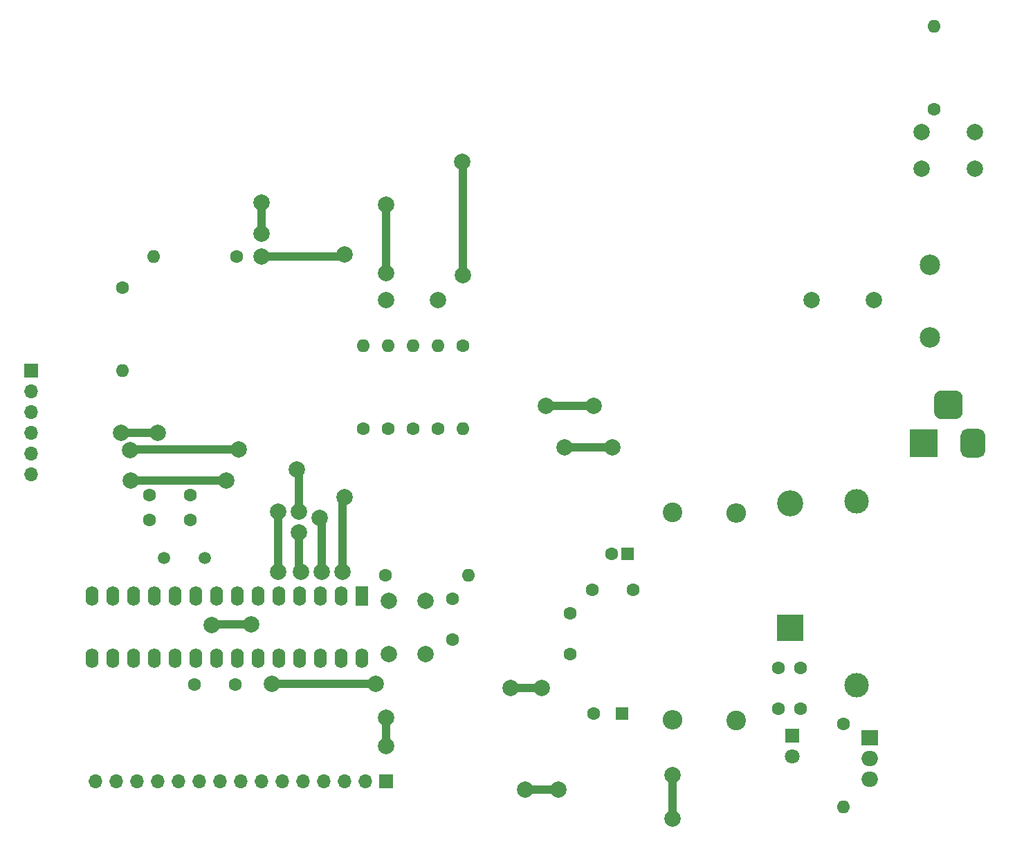
<source format=gbr>
%TF.GenerationSoftware,KiCad,Pcbnew,(5.1.6)-1*%
%TF.CreationDate,2021-04-13T13:36:20+02:00*%
%TF.ProjectId,_7SEG_CONTROL,5f375345-475f-4434-9f4e-54524f4c2e6b,rev?*%
%TF.SameCoordinates,Original*%
%TF.FileFunction,Copper,L1,Top*%
%TF.FilePolarity,Positive*%
%FSLAX46Y46*%
G04 Gerber Fmt 4.6, Leading zero omitted, Abs format (unit mm)*
G04 Created by KiCad (PCBNEW (5.1.6)-1) date 2021-04-13 13:36:20*
%MOMM*%
%LPD*%
G01*
G04 APERTURE LIST*
%TA.AperFunction,ComponentPad*%
%ADD10C,2.000000*%
%TD*%
%TA.AperFunction,ComponentPad*%
%ADD11R,1.700000X1.700000*%
%TD*%
%TA.AperFunction,ComponentPad*%
%ADD12O,1.700000X1.700000*%
%TD*%
%TA.AperFunction,ComponentPad*%
%ADD13C,1.600000*%
%TD*%
%TA.AperFunction,ComponentPad*%
%ADD14R,1.600000X1.600000*%
%TD*%
%TA.AperFunction,ComponentPad*%
%ADD15R,3.200000X3.200000*%
%TD*%
%TA.AperFunction,ComponentPad*%
%ADD16O,3.200000X3.200000*%
%TD*%
%TA.AperFunction,ComponentPad*%
%ADD17R,1.800000X1.800000*%
%TD*%
%TA.AperFunction,ComponentPad*%
%ADD18C,1.800000*%
%TD*%
%TA.AperFunction,ComponentPad*%
%ADD19C,3.000000*%
%TD*%
%TA.AperFunction,ComponentPad*%
%ADD20R,3.500000X3.500000*%
%TD*%
%TA.AperFunction,ComponentPad*%
%ADD21O,2.400000X2.400000*%
%TD*%
%TA.AperFunction,ComponentPad*%
%ADD22C,2.400000*%
%TD*%
%TA.AperFunction,ComponentPad*%
%ADD23O,1.600000X1.600000*%
%TD*%
%TA.AperFunction,ComponentPad*%
%ADD24R,2.000000X1.905000*%
%TD*%
%TA.AperFunction,ComponentPad*%
%ADD25O,2.000000X1.905000*%
%TD*%
%TA.AperFunction,ComponentPad*%
%ADD26R,1.600000X2.400000*%
%TD*%
%TA.AperFunction,ComponentPad*%
%ADD27O,1.600000X2.400000*%
%TD*%
%TA.AperFunction,ComponentPad*%
%ADD28C,1.500000*%
%TD*%
%TA.AperFunction,ComponentPad*%
%ADD29C,2.500000*%
%TD*%
%TA.AperFunction,ViaPad*%
%ADD30C,2.000000*%
%TD*%
%TA.AperFunction,Conductor*%
%ADD31C,1.000000*%
%TD*%
G04 APERTURE END LIST*
D10*
%TO.P,SW2,2*%
%TO.N,/Interrupt*%
X196088000Y-57573001D03*
%TO.P,SW2,1*%
%TO.N,/GND*%
X196088000Y-53073001D03*
%TO.P,SW2,2*%
%TO.N,/Interrupt*%
X202588000Y-57573001D03*
%TO.P,SW2,1*%
%TO.N,/GND*%
X202588000Y-53073001D03*
%TD*%
D11*
%TO.P,J4,1*%
%TO.N,/GND*%
X130556000Y-132588000D03*
D12*
%TO.P,J4,2*%
%TO.N,/5V*%
X128016000Y-132588000D03*
%TO.P,J4,3*%
%TO.N,/12V*%
X125476000Y-132588000D03*
%TO.P,J4,4*%
%TO.N,/B_D3*%
X122936000Y-132588000D03*
%TO.P,J4,5*%
%TO.N,/C_D3*%
X120396000Y-132588000D03*
%TO.P,J4,6*%
%TO.N,/D_D3*%
X117856000Y-132588000D03*
%TO.P,J4,7*%
%TO.N,/A_D3*%
X115316000Y-132588000D03*
%TO.P,J4,8*%
%TO.N,/B_D2*%
X112776000Y-132588000D03*
%TO.P,J4,9*%
%TO.N,/C_D2*%
X110236000Y-132588000D03*
%TO.P,J4,10*%
%TO.N,/D_D2*%
X107696000Y-132588000D03*
%TO.P,J4,11*%
%TO.N,/A_D2*%
X105156000Y-132588000D03*
%TO.P,J4,12*%
%TO.N,/B_D1*%
X102616000Y-132588000D03*
%TO.P,J4,13*%
%TO.N,/C_D1*%
X100076000Y-132588000D03*
%TO.P,J4,14*%
%TO.N,/D_D1*%
X97536000Y-132588000D03*
%TO.P,J4,15*%
%TO.N,/A_D1*%
X94996000Y-132588000D03*
%TD*%
D13*
%TO.P,C1,1*%
%TO.N,Net-(C1-Pad1)*%
X178506000Y-118674000D03*
%TO.P,C1,2*%
%TO.N,/GND*%
X178506000Y-123674000D03*
%TD*%
%TO.P,C2,2*%
%TO.N,/GND*%
X181286000Y-123704000D03*
%TO.P,C2,1*%
%TO.N,/5V*%
X181286000Y-118704000D03*
%TD*%
%TO.P,C3,1*%
%TO.N,Net-(C3-Pad1)*%
X160726000Y-109144000D03*
%TO.P,C3,2*%
%TO.N,/GND*%
X155726000Y-109144000D03*
%TD*%
D14*
%TO.P,C4,1*%
%TO.N,Net-(C3-Pad1)*%
X160116000Y-104734000D03*
D13*
%TO.P,C4,2*%
%TO.N,/GND*%
X158116000Y-104734000D03*
%TD*%
%TO.P,C5,2*%
%TO.N,/GND*%
X106600000Y-100584000D03*
%TO.P,C5,1*%
%TO.N,Net-(C5-Pad1)*%
X101600000Y-100584000D03*
%TD*%
%TO.P,C6,1*%
%TO.N,Net-(C6-Pad1)*%
X101600000Y-97536000D03*
%TO.P,C6,2*%
%TO.N,/GND*%
X106600000Y-97536000D03*
%TD*%
%TO.P,C7,1*%
%TO.N,/GND*%
X138666000Y-115224000D03*
%TO.P,C7,2*%
%TO.N,Net-(C7-Pad2)*%
X138666000Y-110224000D03*
%TD*%
%TO.P,C8,2*%
%TO.N,/GND*%
X112106000Y-120694000D03*
%TO.P,C8,1*%
%TO.N,/5V*%
X107106000Y-120694000D03*
%TD*%
D14*
%TO.P,C9,1*%
%TO.N,/3.3V*%
X159396000Y-124324000D03*
D13*
%TO.P,C9,2*%
%TO.N,/GND*%
X155896000Y-124324000D03*
%TD*%
%TO.P,C10,2*%
%TO.N,/GND*%
X153056000Y-112044000D03*
%TO.P,C10,1*%
%TO.N,/3.3V*%
X153056000Y-117044000D03*
%TD*%
D15*
%TO.P,D1,1*%
%TO.N,/12V*%
X179956000Y-113784000D03*
D16*
%TO.P,D1,2*%
%TO.N,/V+*%
X179956000Y-98544000D03*
%TD*%
D17*
%TO.P,D2,1*%
%TO.N,/GND*%
X180266000Y-127034000D03*
D18*
%TO.P,D2,2*%
%TO.N,Net-(D2-Pad2)*%
X180266000Y-129574000D03*
%TD*%
D19*
%TO.P,F1,1*%
%TO.N,/V+*%
X188076000Y-98284000D03*
%TO.P,F1,2*%
%TO.N,Net-(F1-Pad2)*%
X188076000Y-120784000D03*
%TD*%
D20*
%TO.P,J1,1*%
%TO.N,Net-(F1-Pad2)*%
X196342000Y-91186000D03*
%TO.P,J1,2*%
%TO.N,/GND*%
%TA.AperFunction,ComponentPad*%
G36*
G01*
X203842000Y-90186000D02*
X203842000Y-92186000D01*
G75*
G02*
X203092000Y-92936000I-750000J0D01*
G01*
X201592000Y-92936000D01*
G75*
G02*
X200842000Y-92186000I0J750000D01*
G01*
X200842000Y-90186000D01*
G75*
G02*
X201592000Y-89436000I750000J0D01*
G01*
X203092000Y-89436000D01*
G75*
G02*
X203842000Y-90186000I0J-750000D01*
G01*
G37*
%TD.AperFunction*%
%TO.P,J1,3*%
%TA.AperFunction,ComponentPad*%
G36*
G01*
X201092000Y-85611000D02*
X201092000Y-87361000D01*
G75*
G02*
X200217000Y-88236000I-875000J0D01*
G01*
X198467000Y-88236000D01*
G75*
G02*
X197592000Y-87361000I0J875000D01*
G01*
X197592000Y-85611000D01*
G75*
G02*
X198467000Y-84736000I875000J0D01*
G01*
X200217000Y-84736000D01*
G75*
G02*
X201092000Y-85611000I0J-875000D01*
G01*
G37*
%TD.AperFunction*%
%TD*%
D21*
%TO.P,R1,2*%
%TO.N,/12V*%
X173356000Y-99734000D03*
D22*
%TO.P,R1,1*%
%TO.N,Net-(C1-Pad1)*%
X173356000Y-125134000D03*
%TD*%
D23*
%TO.P,R2,2*%
%TO.N,Net-(D2-Pad2)*%
X186506000Y-135724000D03*
D13*
%TO.P,R2,1*%
%TO.N,/5V*%
X186506000Y-125564000D03*
%TD*%
D22*
%TO.P,R3,1*%
%TO.N,Net-(C3-Pad1)*%
X165616000Y-99624000D03*
D21*
%TO.P,R3,2*%
%TO.N,/12V*%
X165616000Y-125024000D03*
%TD*%
D13*
%TO.P,R4,1*%
%TO.N,Net-(C7-Pad2)*%
X130476000Y-107354000D03*
D23*
%TO.P,R4,2*%
%TO.N,/5V*%
X140636000Y-107354000D03*
%TD*%
D10*
%TO.P,SW1,2*%
%TO.N,Net-(C7-Pad2)*%
X130886000Y-110474000D03*
%TO.P,SW1,1*%
%TO.N,/GND*%
X135386000Y-110474000D03*
%TO.P,SW1,2*%
%TO.N,Net-(C7-Pad2)*%
X130886000Y-116974000D03*
%TO.P,SW1,1*%
%TO.N,/GND*%
X135386000Y-116974000D03*
%TD*%
D24*
%TO.P,U1,1*%
%TO.N,Net-(C1-Pad1)*%
X189736000Y-127214000D03*
D25*
%TO.P,U1,2*%
%TO.N,/GND*%
X189736000Y-129754000D03*
%TO.P,U1,3*%
%TO.N,/5V*%
X189736000Y-132294000D03*
%TD*%
D26*
%TO.P,U3,1*%
%TO.N,Net-(C7-Pad2)*%
X127576000Y-109894000D03*
D27*
%TO.P,U3,15*%
%TO.N,Net-(U3-Pad15)*%
X94556000Y-117514000D03*
%TO.P,U3,2*%
%TO.N,/RX-MCU*%
X125036000Y-109894000D03*
%TO.P,U3,16*%
%TO.N,/A_D1*%
X97096000Y-117514000D03*
%TO.P,U3,3*%
%TO.N,/TX_MCU*%
X122496000Y-109894000D03*
%TO.P,U3,17*%
%TO.N,/D_D1*%
X99636000Y-117514000D03*
%TO.P,U3,4*%
%TO.N,/EN*%
X119956000Y-109894000D03*
%TO.P,U3,18*%
%TO.N,/C_D1*%
X102176000Y-117514000D03*
%TO.P,U3,5*%
%TO.N,/RST*%
X117416000Y-109894000D03*
%TO.P,U3,19*%
%TO.N,/B_D1*%
X104716000Y-117514000D03*
%TO.P,U3,6*%
%TO.N,/B_D3*%
X114876000Y-109894000D03*
%TO.P,U3,20*%
%TO.N,/5V*%
X107256000Y-117514000D03*
%TO.P,U3,7*%
X112336000Y-109894000D03*
%TO.P,U3,21*%
%TO.N,Net-(U3-Pad21)*%
X109796000Y-117514000D03*
%TO.P,U3,8*%
%TO.N,/GND*%
X109796000Y-109894000D03*
%TO.P,U3,22*%
X112336000Y-117514000D03*
%TO.P,U3,9*%
%TO.N,Net-(C5-Pad1)*%
X107256000Y-109894000D03*
%TO.P,U3,23*%
%TO.N,Net-(U3-Pad23)*%
X114876000Y-117514000D03*
%TO.P,U3,10*%
%TO.N,Net-(C6-Pad1)*%
X104716000Y-109894000D03*
%TO.P,U3,24*%
%TO.N,Net-(U3-Pad24)*%
X117416000Y-117514000D03*
%TO.P,U3,11*%
%TO.N,/C_D3*%
X102176000Y-109894000D03*
%TO.P,U3,25*%
%TO.N,/A_D2*%
X119956000Y-117514000D03*
%TO.P,U3,12*%
%TO.N,/D_D3*%
X99636000Y-109894000D03*
%TO.P,U3,26*%
%TO.N,/D_D2*%
X122496000Y-117514000D03*
%TO.P,U3,13*%
%TO.N,/A_D3*%
X97096000Y-109894000D03*
%TO.P,U3,27*%
%TO.N,/C_D2*%
X125036000Y-117514000D03*
%TO.P,U3,14*%
%TO.N,Net-(U3-Pad14)*%
X94556000Y-109894000D03*
%TO.P,U3,28*%
%TO.N,/B_D2*%
X127576000Y-117514000D03*
%TD*%
D28*
%TO.P,Y1,1*%
%TO.N,Net-(C5-Pad1)*%
X108326000Y-105234000D03*
%TO.P,Y1,2*%
%TO.N,Net-(C6-Pad1)*%
X103326000Y-105234000D03*
%TD*%
D13*
%TO.P,R5,1*%
%TO.N,/TX_MCU*%
X139954000Y-79248000D03*
D23*
%TO.P,R5,2*%
%TO.N,/RXD*%
X139954000Y-89408000D03*
%TD*%
%TO.P,R6,2*%
%TO.N,/GND*%
X136906000Y-79248000D03*
D13*
%TO.P,R6,1*%
%TO.N,/RXD*%
X136906000Y-89408000D03*
%TD*%
%TO.P,R7,1*%
%TO.N,/IO15*%
X127762000Y-89408000D03*
D23*
%TO.P,R7,2*%
%TO.N,/GND*%
X127762000Y-79248000D03*
%TD*%
D13*
%TO.P,R8,1*%
%TO.N,/RST*%
X98298000Y-72136000D03*
D23*
%TO.P,R8,2*%
%TO.N,/3.3V*%
X98298000Y-82296000D03*
%TD*%
%TO.P,R9,2*%
%TO.N,/3.3V*%
X102108000Y-68326000D03*
D13*
%TO.P,R9,1*%
%TO.N,/EN*%
X112268000Y-68326000D03*
%TD*%
%TO.P,R10,1*%
%TO.N,/IO0*%
X133858000Y-89408000D03*
D23*
%TO.P,R10,2*%
%TO.N,/3.3V*%
X133858000Y-79248000D03*
%TD*%
%TO.P,R11,2*%
%TO.N,/3.3V*%
X130810000Y-79248000D03*
D13*
%TO.P,R11,1*%
%TO.N,/IO2*%
X130810000Y-89408000D03*
%TD*%
D10*
%TO.P,U5,3*%
%TO.N,/V+*%
X182626000Y-73660000D03*
%TO.P,U5,4*%
%TO.N,/GND*%
X190246000Y-73660000D03*
%TO.P,U5,2*%
%TO.N,Net-(J2-PadN)*%
X136906000Y-73660000D03*
%TO.P,U5,1*%
%TO.N,Net-(J2-PadL)*%
X130556000Y-73660000D03*
%TD*%
D29*
%TO.P,J2,N*%
%TO.N,Net-(J2-PadN)*%
X197104000Y-69342000D03*
%TO.P,J2,L*%
%TO.N,Net-(J2-PadL)*%
X197104000Y-78232000D03*
%TD*%
D13*
%TO.P,R12,1*%
%TO.N,/Interrupt*%
X197612000Y-50292000D03*
D23*
%TO.P,R12,2*%
%TO.N,/3.3V*%
X197612000Y-40132000D03*
%TD*%
D11*
%TO.P,J3,1*%
%TO.N,/3.3V*%
X87122000Y-82296000D03*
D12*
%TO.P,J3,2*%
%TO.N,/RX-MCU*%
X87122000Y-84836000D03*
%TO.P,J3,3*%
%TO.N,/RXD*%
X87122000Y-87376000D03*
%TO.P,J3,4*%
%TO.N,/IO0*%
X87122000Y-89916000D03*
%TO.P,J3,5*%
%TO.N,/RST*%
X87122000Y-92456000D03*
%TO.P,J3,6*%
%TO.N,/GND*%
X87122000Y-94996000D03*
%TD*%
D30*
%TO.N,/GND*%
X129263810Y-120681296D03*
X151638000Y-133604000D03*
X147574000Y-133604000D03*
X116582006Y-120654000D03*
X150114000Y-86614000D03*
X155956000Y-86614000D03*
X130556000Y-128270000D03*
X130556000Y-124792000D03*
%TO.N,/5V*%
X114006000Y-113384000D03*
X109186000Y-113424000D03*
X149606018Y-121158000D03*
X145796000Y-121158000D03*
%TO.N,/3.3V*%
X158242000Y-91693996D03*
X152399996Y-91693996D03*
%TO.N,/12V*%
X165608000Y-137160000D03*
X165566001Y-131784001D03*
%TO.N,/RX-MCU*%
X125222000Y-106962012D03*
X98079018Y-89876910D03*
X125476000Y-97790004D03*
X102616006Y-89915994D03*
%TO.N,/TX_MCU*%
X122682000Y-106962022D03*
X122428000Y-100330000D03*
%TO.N,/RST*%
X117348000Y-106962022D03*
X111012011Y-95743989D03*
X117348000Y-99568000D03*
X99299989Y-95743989D03*
%TO.N,/EN*%
X119888000Y-102079988D03*
X120142000Y-106962012D03*
X115315988Y-68326000D03*
X125476000Y-68072000D03*
%TO.N,/IO0*%
X119888000Y-99568000D03*
X119633985Y-94389983D03*
%TO.N,Net-(J2-PadN)*%
X139954000Y-70612000D03*
X139827000Y-56769000D03*
%TO.N,Net-(J2-PadL)*%
X130556000Y-61976004D03*
X130556008Y-70358000D03*
%TO.N,/Interrupt*%
X115316000Y-65531976D03*
X115316000Y-61722004D03*
%TO.N,/RXD*%
X112522002Y-91948000D03*
X99187006Y-92074998D03*
%TD*%
D31*
%TO.N,/GND*%
X151638000Y-133604000D02*
X147574000Y-133604000D01*
X116609302Y-120681296D02*
X116582006Y-120654000D01*
X129263810Y-120681296D02*
X116609302Y-120681296D01*
X150114000Y-86614000D02*
X155956000Y-86614000D01*
X130556000Y-128270000D02*
X130556000Y-124792000D01*
%TO.N,/5V*%
X114006000Y-113384000D02*
X109226000Y-113384000D01*
X109226000Y-113384000D02*
X109186000Y-113424000D01*
X149606018Y-121158000D02*
X145796000Y-121158000D01*
%TO.N,/3.3V*%
X158242000Y-91693996D02*
X152399996Y-91693996D01*
%TO.N,/12V*%
X165608000Y-131826000D02*
X165566001Y-131784001D01*
X165608000Y-137160000D02*
X165608000Y-131826000D01*
%TO.N,/RX-MCU*%
X125222000Y-106962012D02*
X125222000Y-98044004D01*
X125222000Y-98044004D02*
X125476000Y-97790004D01*
X98079018Y-89876910D02*
X102576922Y-89876910D01*
X102576922Y-89876910D02*
X102616006Y-89915994D01*
%TO.N,/TX_MCU*%
X122682000Y-100584000D02*
X122428000Y-100330000D01*
X122682000Y-106962022D02*
X122682000Y-100584000D01*
%TO.N,/RST*%
X117348000Y-106962022D02*
X117348000Y-99568000D01*
X111012011Y-95743989D02*
X99299989Y-95743989D01*
%TO.N,/EN*%
X119888000Y-102079988D02*
X119888000Y-106708012D01*
X119888000Y-106708012D02*
X120142000Y-106962012D01*
X125222000Y-68326000D02*
X125476000Y-68072000D01*
X115315988Y-68326000D02*
X125222000Y-68326000D01*
%TO.N,/IO0*%
X119888000Y-94643998D02*
X119633985Y-94389983D01*
X119888000Y-99568000D02*
X119888000Y-94643998D01*
%TO.N,Net-(J2-PadN)*%
X139954000Y-70612000D02*
X139954000Y-56896000D01*
X139954000Y-56896000D02*
X139827000Y-56769000D01*
%TO.N,Net-(J2-PadL)*%
X130556000Y-69850000D02*
X130556000Y-70357992D01*
X130556000Y-70357992D02*
X130556008Y-70358000D01*
X130556000Y-61976004D02*
X130556000Y-69850000D01*
%TO.N,/Interrupt*%
X115316000Y-65531976D02*
X115316000Y-61722004D01*
%TO.N,/RXD*%
X99314004Y-91948000D02*
X99187006Y-92074998D01*
X112522002Y-91948000D02*
X99314004Y-91948000D01*
%TD*%
M02*

</source>
